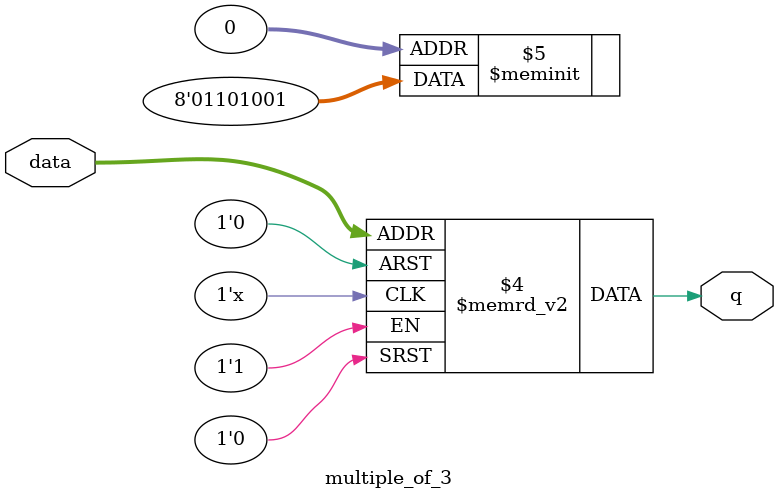
<source format=v>
module multiple_of_3 (
  input [2:0] data,
  output reg q
);
  
  always @* begin
    case(data)
      3'b000: q = 1'b1;
      3'b001: q = 1'b0;
      3'b010: q = 1'b0;
      3'b011: q = 1'b1;
      3'b100: q = 1'b0;
      3'b101: q = 1'b1;
      3'b110: q = 1'b1;
      3'b111: q = 1'b0;
      default: q = 1'b0;
    endcase
  end
  
endmodule

</source>
